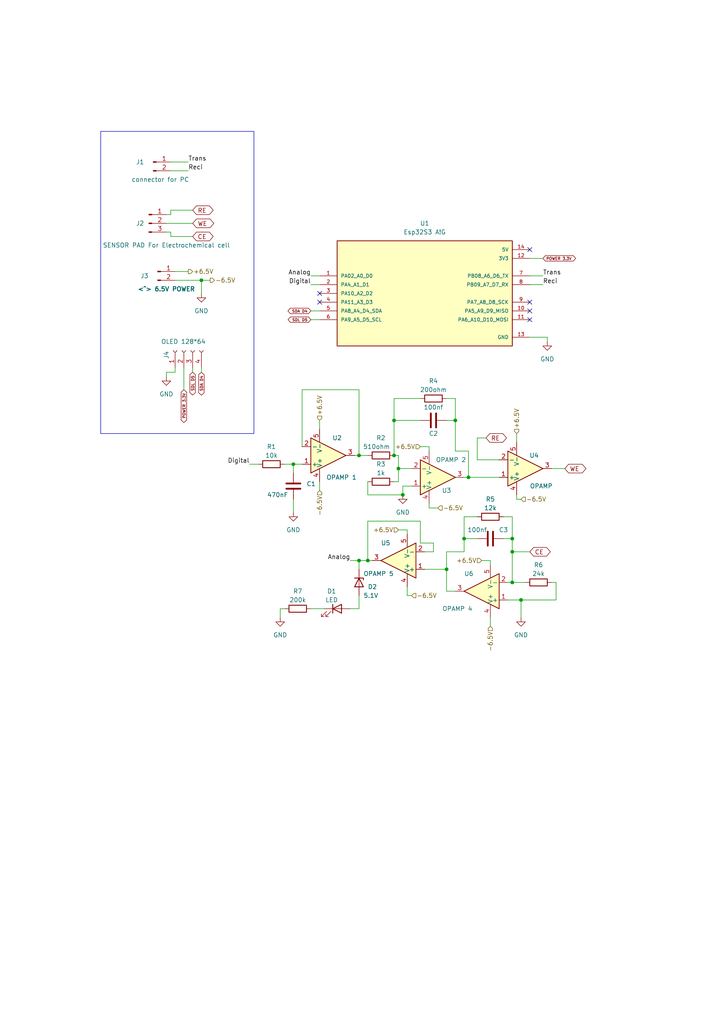
<source format=kicad_sch>
(kicad_sch (version 20231120) (generator "eeschema") (generator_version "8.0")
  (paper "A4" portrait)
  (title_block (title "Project ") (rev "Ajay Gautam") (company "A!G Tech") (comment 1 "Design By A!G"))
  (lib_symbols
    (symbol "102010388:102010388" (pin_names (offset 1.016))
      (property "Reference" "U" (at -25.4 16.002 0))
      (property "Value" "Xiao esp32s3" (at -25.4 -17.78 0))
      (symbol "102010388_0_0"
        (rectangle (start -25.4 -15.24) (end 25.4 15.24) (stroke (width 0.254)) (fill (type background)))
        (pin bidirectional line (at -30.48 5.08 0) (length 5.08) (name "PA02_A0_D0") (number "1"))
        (pin bidirectional line (at 30.48 -5.08 180) (length 5.08) (name "PA5_A9_D9_MISO") (number "10"))
        (pin bidirectional line (at 30.48 -7.62 180) (length 5.08) (name "PA6_A10_D10_MOSI") (number "11"))
        (pin power_in line (at 30.48 10.16 180) (length 5.08) (name "3V3") (number "12"))
        (pin power_in line (at 30.48 -12.7 180) (length 5.08) (name "GND") (number "13"))
        (pin power_in line (at 30.48 12.7 180) (length 5.08) (name "5V") (number "14"))
        (pin bidirectional line (at -30.48 2.54 0) (length 5.08) (name "PA4_A1_D1") (number "2"))
        (pin bidirectional line (at -30.48 0 0) (length 5.08) (name "PA10_A2_D2") (number "3"))
        (pin bidirectional line (at -30.48 -2.54 0) (length 5.08) (name "PA11_A3_D3") (number "4"))
        (pin bidirectional line (at -30.48 -5.08 0) (length 5.08) (name "PA8_A4_D4_SDA") (number "5"))
        (pin bidirectional line (at -30.48 -7.62 0) (length 5.08) (name "PA9_A5_D5_SCL") (number "6"))
        (pin bidirectional line (at 30.48 5.08 180) (length 5.08) (name "PB08_A6_D6_TX") (number "7"))
        (pin bidirectional line (at 30.48 2.54 180) (length 5.08) (name "PB09_A7_D7_RX") (number "8"))
        (pin bidirectional line (at 30.48 -2.54 180) (length 5.08) (name "PA7_A8_D8_SCK") (number "9"))
      )
    )
    (symbol "Connector:Conn_01x02_Pin" (pin_names (offset 1.016) hide)
      (property "Reference" "J" (at 0 2.54 0))
      (property "Value" "Conn_01x02_Pin" (at 0 -5.08 0))
      (symbol "Conn_01x02_Pin_1_1"
        (polyline (pts (xy 1.27 -2.54) (xy 0.8636 -2.54)) (stroke (width 0.1524)))
        (polyline (pts (xy 1.27 0) (xy 0.8636 0)) (stroke (width 0.1524)))
        (rectangle (start 0.8636 -2.413) (end 0 -2.667) (stroke (width 0.1524)) (fill (type outline)))
        (rectangle (start 0.8636 0.127) (end 0 -0.127) (stroke (width 0.1524)) (fill (type outline)))
        (pin passive line (at 5.08 0 180) (length 3.81) (name "Pin_1") (number "1"))
        (pin passive line (at 5.08 -2.54 180) (length 3.81) (name "Pin_2") (number "2"))
      )
    )
    (symbol "Connector:Conn_01x03_Pin" (pin_names (offset 1.016) hide)
      (property "Reference" "J" (at 0 5.08 0))
      (property "Value" "Conn_01x03_Pin" (at 0 -5.08 0))
      (symbol "Conn_01x03_Pin_1_1"
        (polyline (pts (xy 1.27 -2.54) (xy 0.8636 -2.54)) (stroke (width 0.1524)))
        (polyline (pts (xy 1.27 0) (xy 0.8636 0)) (stroke (width 0.1524)))
        (polyline (pts (xy 1.27 2.54) (xy 0.8636 2.54)) (stroke (width 0.1524)))
        (rectangle (start 0.8636 -2.413) (end 0 -2.667) (stroke (width 0.1524)) (fill (type outline)))
        (rectangle (start 0.8636 0.127) (end 0 -0.127) (stroke (width 0.1524)) (fill (type outline)))
        (rectangle (start 0.8636 2.667) (end 0 2.413) (stroke (width 0.1524)) (fill (type outline)))
        (pin passive line (at 5.08 2.54 180) (length 3.81) (name "Pin_1") (number "1"))
        (pin passive line (at 5.08 0 180) (length 3.81) (name "Pin_2") (number "2"))
        (pin passive line (at 5.08 -2.54 180) (length 3.81) (name "Pin_3") (number "3"))
      )
    )
    (symbol "Connector:Conn_01x04_Socket" (pin_names (offset 1.016) hide)
      (property "Reference" "J" (at 0 5.08 0))
      (property "Value" "Conn_01x04_Socket" (at 0 -7.62 0))
      (symbol "Conn_01x04_Socket_1_1"
        (arc (start 0 -4.572) (mid -0.5058 -5.08) (end 0 -5.588) (stroke (width 0.1524)))
        (arc (start 0 -2.032) (mid -0.5058 -2.54) (end 0 -3.048) (stroke (width 0.1524)))
        (polyline (pts (xy -1.27 -5.08) (xy -0.508 -5.08)) (stroke (width 0.1524)))
        (polyline (pts (xy -1.27 -2.54) (xy -0.508 -2.54)) (stroke (width 0.1524)))
        (polyline (pts (xy -1.27 0) (xy -0.508 0)) (stroke (width 0.1524)))
        (polyline (pts (xy -1.27 2.54) (xy -0.508 2.54)) (stroke (width 0.1524)))
        (arc (start 0 0.508) (mid -0.5058 0) (end 0 -0.508) (stroke (width 0.1524)))
        (arc (start 0 3.048) (mid -0.5058 2.54) (end 0 2.032) (stroke (width 0.1524)))
        (pin passive line (at -5.08 2.54 0) (length 3.81) (name "Pin_1") (number "1"))
        (pin passive line (at -5.08 0 0) (length 3.81) (name "Pin_2") (number "2"))
        (pin passive line (at -5.08 -2.54 0) (length 3.81) (name "Pin_3") (number "3"))
        (pin passive line (at -5.08 -5.08 0) (length 3.81) (name "Pin_4") (number "4"))
      )
    )
    (symbol "Device:C" (pin_numbers hide) (pin_names (offset 0.254))
      (property "Reference" "C" (at 0.635 2.54 0))
      (property "Value" "C" (at 0.635 -2.54 0))
      (symbol "C_0_1"
        (polyline (pts (xy -2.032 -0.762) (xy 2.032 -0.762)) (stroke (width 0.508)))
        (polyline (pts (xy -2.032 0.762) (xy 2.032 0.762)) (stroke (width 0.508)))
      )
      (symbol "C_1_1"
        (pin passive line (at 0 3.81 270) (length 2.794) (name "~") (number "1"))
        (pin passive line (at 0 -3.81 90) (length 2.794) (name "~") (number "2"))
      )
    )
    (symbol "Device:D_Zener" (pin_numbers hide) (pin_names (offset 1.016) hide)
      (property "Reference" "D" (at 0 2.54 0))
      (property "Value" "D_Zener" (at 0 -2.54 0))
      (symbol "D_Zener_0_1"
        (polyline (pts (xy 1.27 0) (xy -1.27 0)))
        (polyline (pts (xy -1.27 -1.27) (xy -1.27 1.27) (xy -0.762 1.27)) (stroke (width 0.254)))
        (polyline (pts (xy 1.27 -1.27) (xy 1.27 1.27) (xy -1.27 0) (xy 1.27 -1.27)) (stroke (width 0.254)))
      )
      (symbol "D_Zener_1_1"
        (pin passive line (at -3.81 0 0) (length 2.54) (name "K") (number "1"))
        (pin passive line (at 3.81 0 180) (length 2.54) (name "A") (number "2"))
      )
    )
    (symbol "Device:LED" (pin_numbers hide) (pin_names (offset 1.016) hide)
      (property "Reference" "D" (at 0 2.54 0))
      (property "Value" "LED" (at 0 -2.54 0))
      (symbol "LED_0_1"
        (polyline (pts (xy -1.27 -1.27) (xy -1.27 1.27)) (stroke (width 0.254)))
        (polyline (pts (xy -1.27 0) (xy 1.27 0)))
        (polyline (pts (xy 1.27 -1.27) (xy 1.27 1.27) (xy -1.27 0) (xy 1.27 -1.27)) (stroke (width 0.254)))
        (polyline (pts (xy -3.048 -0.762) (xy -4.572 -2.286) (xy -3.81 -2.286) (xy -4.572 -2.286) (xy -4.572 -1.524)))
        (polyline (pts (xy -1.778 -0.762) (xy -3.302 -2.286) (xy -2.54 -2.286) (xy -3.302 -2.286) (xy -3.302 -1.524)))
      )
      (symbol "LED_1_1"
        (pin passive line (at -3.81 0 0) (length 2.54) (name "K") (number "1"))
        (pin passive line (at 3.81 0 180) (length 2.54) (name "A") (number "2"))
      )
    )
    (symbol "Device:R" (pin_numbers hide) (pin_names (offset 0))
      (property "Reference" "R" (at 2.032 0 90))
      (property "Value" "R" (at 0 0 90))
      (symbol "R_0_1"
        (rectangle (start -1.016 -2.54) (end 1.016 2.54) (stroke (width 0.254)))
      )
      (symbol "R_1_1"
        (pin passive line (at 0 3.81 270) (length 1.27) (name "~") (number "1"))
        (pin passive line (at 0 -3.81 90) (length 1.27) (name "~") (number "2"))
      )
    )
    (symbol "Simulation_SPICE:OPAMP" (pin_names (offset 0.254))
      (property "Reference" "U" (at 3.81 3.175 0))
      (property "Value" "${SIM.PARAMS}" (at 3.81 -3.175 0))
      (symbol "OPAMP_0_1"
        (polyline (pts (xy 5.08 0) (xy -5.08 5.08) (xy -5.08 -5.08) (xy 5.08 0)) (stroke (width 0.254)) (fill (type background)))
      )
      (symbol "OPAMP_1_1"
        (pin input line (at -7.62 2.54 0) (length 2.54) (name "+") (number "1"))
        (pin input line (at -7.62 -2.54 0) (length 2.54) (name "-") (number "2"))
        (pin output line (at 7.62 0 180) (length 2.54) (name "~") (number "3"))
        (pin power_in line (at -2.54 7.62 270) (length 3.81) (name "V+") (number "4"))
        (pin power_in line (at -2.54 -7.62 90) (length 3.81) (name "V-") (number "5"))
      )
    )
    (symbol "power:GND" (power) (pin_names (offset 0))
      (property "Value" "GND" (at 0 -3.81 0))
      (symbol "GND_0_1"
        (polyline (pts (xy 0 0) (xy 0 -1.27) (xy 1.27 -1.27) (xy 0 -2.54) (xy -1.27 -1.27) (xy 0 -1.27)))
      )
      (symbol "GND_1_1"
        (pin power_in line (at 0 0 270) (length 0) hide (name "GND") (number "1"))
      )
    )
  )
  (junction (at 104.14 132.08))
  (junction (at 135.89 138.43))
  (junction (at 114.3 132.08))
  (junction (at 114.3 121.92))
  (junction (at 148.59 156.21))
  (junction (at 85.09 134.62))
  (junction (at 116.84 143.51))
  (junction (at 104.14 162.56))
  (junction (at 115.57 135.89))
  (junction (at 134.62 156.21))
  (junction (at 106.68 162.56))
  (junction (at 148.59 160.02))
  (junction (at 151.13 173.99))
  (junction (at 129.54 165.1))
  (junction (at 132.08 121.92))
  (junction (at 58.42 81.28))
  (junction (at 148.59 168.91))
  (no_connect (at 153.67 90.17))
  (no_connect (at 153.67 92.71))
  (no_connect (at 92.71 87.63))
  (no_connect (at 92.71 85.09))
  (no_connect (at 153.67 72.39))
  (no_connect (at 153.67 87.63))
  (wire (pts (xy 92.71 121.92) (xy 92.71 124.46)))
  (wire (pts (xy 129.54 171.45) (xy 132.08 171.45)))
  (wire (pts (xy 123.19 160.02) (xy 125.73 160.02)))
  (wire (pts (xy 124.46 146.05) (xy 124.46 147.32)))
  (wire (pts (xy 106.68 162.56) (xy 107.95 162.56)))
  (wire (pts (xy 149.86 125.73) (xy 149.86 128.27)))
  (wire (pts (xy 50.8 78.74) (xy 54.61 78.74)))
  (wire (pts (xy 138.43 127) (xy 140.97 127)))
  (wire (pts (xy 85.09 134.62) (xy 87.63 134.62)))
  (wire (pts (xy 124.46 129.54) (xy 124.46 130.81)))
  (wire (pts (xy 55.88 106.68) (xy 55.88 107.95)))
  (wire (pts (xy 50.8 81.28) (xy 58.42 81.28)))
  (wire (pts (xy 106.68 151.13) (xy 106.68 162.56)))
  (wire (pts (xy 82.55 176.53) (xy 81.28 176.53)))
  (wire (pts (xy 50.8 107.95) (xy 48.26 107.95)))
  (wire (pts (xy 114.3 121.92) (xy 114.3 132.08)))
  (wire (pts (xy 48.26 64.77) (xy 55.88 64.77)))
  (wire (pts (xy 72.39 134.62) (xy 74.93 134.62)))
  (wire (pts (xy 85.09 144.78) (xy 85.09 148.59)))
  (wire (pts (xy 161.29 173.99) (xy 151.13 173.99)))
  (wire (pts (xy 134.62 149.86) (xy 134.62 156.21)))
  (wire (pts (xy 118.11 153.67) (xy 115.57 153.67)))
  (wire (pts (xy 129.54 160.02) (xy 129.54 165.1)))
  (wire (pts (xy 90.17 82.55) (xy 92.71 82.55)))
  (wire (pts (xy 49.53 62.23) (xy 48.26 62.23)))
  (wire (pts (xy 129.54 165.1) (xy 129.54 171.45)))
  (wire (pts (xy 55.88 68.58) (xy 49.53 68.58)))
  (wire (pts (xy 147.32 168.91) (xy 148.59 168.91)))
  (wire (pts (xy 50.8 106.68) (xy 50.8 107.95)))
  (wire (pts (xy 153.67 160.02) (xy 148.59 160.02)))
  (wire (pts (xy 48.26 107.95) (xy 48.26 109.22)))
  (wire (pts (xy 116.84 140.97) (xy 119.38 140.97)))
  (wire (pts (xy 134.62 160.02) (xy 129.54 160.02)))
  (wire (pts (xy 160.02 168.91) (xy 161.29 168.91)))
  (wire (pts (xy 132.08 115.57) (xy 132.08 121.92)))
  (wire (pts (xy 142.24 179.07) (xy 142.24 181.61)))
  (wire (pts (xy 90.17 80.01) (xy 92.71 80.01)))
  (wire (pts (xy 49.53 68.58) (xy 49.53 67.31)))
  (wire (pts (xy 118.11 154.94) (xy 118.11 153.67)))
  (wire (pts (xy 121.92 115.57) (xy 114.3 115.57)))
  (wire (pts (xy 115.57 135.89) (xy 115.57 139.7)))
  (wire (pts (xy 123.19 165.1) (xy 129.54 165.1)))
  (wire (pts (xy 148.59 149.86) (xy 148.59 156.21)))
  (wire (pts (xy 138.43 149.86) (xy 134.62 149.86)))
  (wire (pts (xy 81.28 176.53) (xy 81.28 179.07)))
  (wire (pts (xy 114.3 139.7) (xy 115.57 139.7)))
  (wire (pts (xy 90.17 176.53) (xy 93.98 176.53)))
  (wire (pts (xy 115.57 132.08) (xy 115.57 135.89)))
  (wire (pts (xy 49.53 67.31) (xy 48.26 67.31)))
  (wire (pts (xy 125.73 157.48) (xy 121.92 157.48)))
  (wire (pts (xy 146.05 156.21) (xy 148.59 156.21)))
  (wire (pts (xy 104.14 162.56) (xy 106.68 162.56)))
  (wire (pts (xy 147.32 173.99) (xy 151.13 173.99)))
  (wire (pts (xy 104.14 113.03) (xy 104.14 132.08)))
  (wire (pts (xy 118.11 172.72) (xy 119.38 172.72)))
  (wire (pts (xy 158.75 97.79) (xy 153.67 97.79)))
  (wire (pts (xy 90.17 90.17) (xy 92.71 90.17)))
  (wire (pts (xy 106.68 139.7) (xy 106.68 143.51)))
  (wire (pts (xy 161.29 168.91) (xy 161.29 173.99)))
  (wire (pts (xy 121.92 157.48) (xy 121.92 151.13)))
  (wire (pts (xy 134.62 156.21) (xy 134.62 160.02)))
  (wire (pts (xy 104.14 132.08) (xy 106.68 132.08)))
  (wire (pts (xy 148.59 156.21) (xy 148.59 160.02)))
  (wire (pts (xy 146.05 149.86) (xy 148.59 149.86)))
  (wire (pts (xy 118.11 170.18) (xy 118.11 172.72)))
  (wire (pts (xy 144.78 133.35) (xy 138.43 133.35)))
  (wire (pts (xy 92.71 139.7) (xy 92.71 142.24)))
  (wire (pts (xy 106.68 143.51) (xy 116.84 143.51)))
  (wire (pts (xy 148.59 160.02) (xy 148.59 168.91)))
  (wire (pts (xy 151.13 173.99) (xy 151.13 179.07)))
  (wire (pts (xy 142.24 163.83) (xy 142.24 162.56)))
  (wire (pts (xy 135.89 138.43) (xy 135.89 130.81)))
  (wire (pts (xy 58.42 81.28) (xy 60.96 81.28)))
  (wire (pts (xy 153.67 82.55) (xy 157.48 82.55)))
  (wire (pts (xy 49.53 46.99) (xy 54.61 46.99)))
  (wire (pts (xy 153.67 80.01) (xy 157.48 80.01)))
  (wire (pts (xy 58.42 106.68) (xy 58.42 107.95)))
  (wire (pts (xy 158.75 99.06) (xy 158.75 97.79)))
  (wire (pts (xy 134.62 138.43) (xy 135.89 138.43)))
  (wire (pts (xy 121.92 129.54) (xy 124.46 129.54)))
  (wire (pts (xy 53.34 106.68) (xy 53.34 113.03)))
  (wire (pts (xy 149.86 143.51) (xy 149.86 144.78)))
  (wire (pts (xy 132.08 121.92) (xy 129.54 121.92)))
  (wire (pts (xy 132.08 130.81) (xy 132.08 121.92)))
  (wire (pts (xy 55.88 60.96) (xy 49.53 60.96)))
  (wire (pts (xy 135.89 130.81) (xy 132.08 130.81)))
  (wire (pts (xy 142.24 162.56) (xy 139.7 162.56)))
  (wire (pts (xy 148.59 168.91) (xy 152.4 168.91)))
  (wire (pts (xy 87.63 113.03) (xy 104.14 113.03)))
  (wire (pts (xy 134.62 156.21) (xy 138.43 156.21)))
  (wire (pts (xy 49.53 60.96) (xy 49.53 62.23)))
  (wire (pts (xy 138.43 133.35) (xy 138.43 127)))
  (wire (pts (xy 124.46 147.32) (xy 127 147.32)))
  (wire (pts (xy 114.3 115.57) (xy 114.3 121.92)))
  (wire (pts (xy 85.09 134.62) (xy 85.09 137.16)))
  (wire (pts (xy 101.6 162.56) (xy 104.14 162.56)))
  (wire (pts (xy 104.14 132.08) (xy 102.87 132.08)))
  (wire (pts (xy 87.63 129.54) (xy 87.63 113.03)))
  (wire (pts (xy 82.55 134.62) (xy 85.09 134.62)))
  (wire (pts (xy 90.17 92.71) (xy 92.71 92.71)))
  (wire (pts (xy 129.54 115.57) (xy 132.08 115.57)))
  (wire (pts (xy 135.89 138.43) (xy 144.78 138.43)))
  (wire (pts (xy 153.67 74.93) (xy 157.48 74.93)))
  (wire (pts (xy 115.57 135.89) (xy 119.38 135.89)))
  (wire (pts (xy 104.14 176.53) (xy 101.6 176.53)))
  (wire (pts (xy 121.92 121.92) (xy 114.3 121.92)))
  (wire (pts (xy 104.14 172.72) (xy 104.14 176.53)))
  (wire (pts (xy 125.73 160.02) (xy 125.73 157.48)))
  (wire (pts (xy 104.14 165.1) (xy 104.14 162.56)))
  (wire (pts (xy 121.92 151.13) (xy 106.68 151.13)))
  (wire (pts (xy 115.57 132.08) (xy 114.3 132.08)))
  (wire (pts (xy 49.53 49.53) (xy 54.61 49.53)))
  (wire (pts (xy 58.42 81.28) (xy 58.42 85.09)))
  (wire (pts (xy 116.84 143.51) (xy 116.84 140.97)))
  (wire (pts (xy 160.02 135.89) (xy 163.83 135.89)))
  (wire (pts (xy 149.86 144.78) (xy 151.13 144.78)))
  (rectangle (start 29.21 38.1) (end 73.66 125.73))
  (label "Trans" (at 54.61 46.99 0))
  (label "Analog" (at 101.6 162.56 180))
  (label "Reci" (at 54.61 49.53 0))
  (label "Trans" (at 157.48 80.01 0))
  (label "Digital" (at 72.39 134.62 180))
  (label "Reci" (at 157.48 82.55 0))
  (label "Digital" (at 90.17 82.55 180))
  (label "Analog" (at 90.17 80.01 180))
  (global_label "SDA D4" (shape bidirectional) (at 58.42 107.95 270) (effects (font (size 0.8 0.8))) (property "Intersheetrefs" "${INTERSHEET_REFS}" (effects (hide yes))))
  (global_label "SDA D4" (shape bidirectional) (at 90.17 90.17 180) (effects (font (size 0.8 0.8))) (property "Intersheetrefs" "${INTERSHEET_REFS}" (effects (hide yes))))
  (global_label "WE" (shape bidirectional) (at 55.88 64.77 0) (property "Intersheetrefs" "${INTERSHEET_REFS}" (effects (hide yes))))
  (global_label "SDL D5" (shape bidirectional) (at 55.88 107.95 270) (effects (font (size 0.8 0.8))) (property "Intersheetrefs" "${INTERSHEET_REFS}" (effects (hide yes))))
  (global_label "SDL D5" (shape bidirectional) (at 90.17 92.71 180) (effects (font (size 0.8 0.8))) (property "Intersheetrefs" "${INTERSHEET_REFS}" (effects (hide yes))))
  (global_label "RE" (shape bidirectional) (at 55.88 60.96 0) (property "Intersheetrefs" "${INTERSHEET_REFS}" (effects (hide yes))))
  (global_label "CE" (shape bidirectional) (at 55.88 68.58 0) (property "Intersheetrefs" "${INTERSHEET_REFS}" (effects (hide yes))))
  (global_label "CE" (shape bidirectional) (at 153.67 160.02 0) (property "Intersheetrefs" "${INTERSHEET_REFS}" (effects (hide yes))))
  (global_label "RE" (shape bidirectional) (at 140.97 127 0) (property "Intersheetrefs" "${INTERSHEET_REFS}" (effects (hide yes))))
  (global_label "WE" (shape bidirectional) (at 163.83 135.89 0) (property "Intersheetrefs" "${INTERSHEET_REFS}" (effects (hide yes))))
  (global_label "POWER 3.3V" (shape bidirectional) (at 53.34 113.03 270) (effects (font (size 0.8 0.8))) (property "Intersheetrefs" "${INTERSHEET_REFS}" (effects (hide yes))))
  (global_label "POWER 3.3V" (shape bidirectional) (at 157.48 74.93 0) (effects (font (size 0.8 0.8))) (property "Intersheetrefs" "${INTERSHEET_REFS}" (effects (hide yes))))
  (hierarchical_label "+6.5V" (shape input) (at 149.86 125.73 90))
  (hierarchical_label "-6.5V" (shape input) (at 151.13 144.78 0))
  (hierarchical_label "-6.5V" (shape input) (at 142.24 181.61 270))
  (hierarchical_label "-6.5V" (shape output) (at 60.96 81.28 0))
  (hierarchical_label "+6.5V" (shape input) (at 115.57 153.67 180))
  (hierarchical_label "-6.5V" (shape input) (at 92.71 142.24 270))
  (hierarchical_label "+6.5V" (shape output) (at 54.61 78.74 0))
  (hierarchical_label "-6.5V" (shape input) (at 127 147.32 0))
  (hierarchical_label "-6.5V" (shape input) (at 119.38 172.72 0))
  (hierarchical_label "+6.5V" (shape input) (at 92.71 121.92 90))
  (hierarchical_label "+6.5V" (shape input) (at 121.92 129.54 180))
  (hierarchical_label "+6.5V" (shape input) (at 139.7 162.56 180))
  (symbol (lib_id "Connector:Conn_01x03_Pin") (at 43.18 64.77 0) (unit 1)
    (property "Reference" "J2" (at 40.64 64.77 0))
    (property "Value" "SENSOR PAD For Electrochemical cell" (at 48.26 71.12 0))
    (property "Footprint" "Connector_PinSocket_2.54mm:PinSocket_1x03_P2.54mm_Vertical" (effects (hide yes)))
  )
  (symbol (lib_id "Connector:Conn_01x02_Pin") (at 44.45 46.99 0) (unit 1)
    (property "Reference" "J1" (at 40.64 46.99 0))
    (property "Value" "connector for PC " (at 46.99 52.07 0))
    (property "Footprint" "Connector_PinSocket_2.54mm:PinSocket_1x02_P2.54mm_Vertical" (effects (hide yes)))
  )
  (symbol (lib_id "power:GND") (at 58.42 85.09 0) (unit 1)
    (property "Reference" "#PWR06" (effects (hide yes)))
    (property "Value" "GND" (at 58.42 90.17 0))
  )
  (symbol (lib_id "Device:R") (at 142.24 149.86 90) (unit 1)
    (property "Reference" "R5" (at 142.24 144.78 90))
    (property "Value" "12k" (at 142.24 147.32 90))
    (property "Footprint" "Resistor_SMD:R_1206_3216Metric" (effects (hide yes)))
  )
  (symbol (lib_id "Device:C") (at 125.73 121.92 270) (unit 1)
    (property "Reference" "C2" (at 125.73 125.73 90))
    (property "Value" "100nf" (at 125.73 118.11 90))
    (property "Footprint" "Capacitor_SMD:C_1206_3216Metric" (effects (hide yes)))
  )
  (symbol (lib_id "Device:R") (at 110.49 139.7 90) (unit 1)
    (property "Reference" "R3" (at 110.49 134.62 90))
    (property "Value" "1k" (at 110.49 137.16 90))
    (property "Footprint" "Resistor_SMD:R_1206_3216Metric" (effects (hide yes)))
  )
  (symbol (lib_id "power:GND") (at 151.13 179.07 0) (unit 1)
    (property "Reference" "#PWR02" (effects (hide yes)))
    (property "Value" "GND" (at 151.13 184.15 0))
  )
  (symbol (lib_id "Simulation_SPICE:OPAMP") (at 115.57 162.56 180) (unit 1)
    (property "Reference" "U5" (at 110.49 157.48 0) (effects (justify right)))
    (property "Value" "OPAMP 5" (at 105.41 166.37 0) (effects (justify right)))
    (property "Footprint" "Package_TO_SOT_SMD:SOT-23-5_HandSoldering" (effects (hide yes)))
    (property "Sim.Pins" "1=1 2=2 3=3 4=4 5=5" (effects (hide yes)))
    (property "Sim.Device" "SPICE" (effects (hide yes)))
    (property "Sim.Params" "type=\"X\" model=\"OPAMP\" lib=\"\"" (effects (hide yes)))
  )
  (symbol (lib_id "Simulation_SPICE:OPAMP") (at 152.4 135.89 0) (mirror x) (unit 1)
    (property "Reference" "U4" (at 154.94 132.08 0))
    (property "Value" "OPAMP " (at 157.48 140.97 0))
    (property "Footprint" "Package_TO_SOT_SMD:SOT-23-5_HandSoldering" (effects (hide yes)))
    (property "Sim.Pins" "1=1 2=2 3=3 4=4 5=5" (effects (hide yes)))
    (property "Sim.Device" "SPICE" (effects (hide yes)))
    (property "Sim.Params" "type=\"X\" model=\"OPAMP\" lib=\"\"" (effects (hide yes)))
  )
  (symbol (lib_id "power:GND") (at 158.75 99.06 0) (unit 1)
    (property "Reference" "#PWR05" (effects (hide yes)))
    (property "Value" "GND" (at 158.75 104.14 0))
  )
  (symbol (lib_id "Device:R") (at 156.21 168.91 90) (unit 1)
    (property "Reference" "R6" (at 156.21 163.83 90))
    (property "Value" "24k" (at 156.21 166.37 90))
    (property "Footprint" "Resistor_SMD:R_1206_3216Metric" (effects (hide yes)))
  )
  (symbol (lib_id "Device:R") (at 78.74 134.62 90) (unit 1)
    (property "Reference" "R1" (at 78.74 129.54 90))
    (property "Value" "10k" (at 78.74 132.08 90))
    (property "Footprint" "Resistor_SMD:R_1206_3216Metric" (effects (hide yes)))
  )
  (symbol (lib_id "Device:C") (at 85.09 140.97 180) (unit 1)
    (property "Reference" "C1" (at 88.9 140.335 0) (effects (justify right)))
    (property "Value" "470nF" (at 77.47 143.51 0) (effects (justify right)))
    (property "Footprint" "Capacitor_SMD:C_1206_3216Metric" (effects (hide yes)))
  )
  (symbol (lib_id "Device:R") (at 110.49 132.08 90) (unit 1)
    (property "Reference" "R2" (at 110.49 127 90))
    (property "Value" "510ohm" (at 109.22 129.54 90))
    (property "Footprint" "Resistor_SMD:R_1206_3216Metric" (effects (hide yes)))
  )
  (symbol (lib_id "Device:R") (at 125.73 115.57 90) (unit 1)
    (property "Reference" "R4" (at 125.73 110.49 90))
    (property "Value" "200ohm" (at 125.73 113.03 90))
    (property "Footprint" "Resistor_SMD:R_1206_3216Metric" (effects (hide yes)))
  )
  (symbol (lib_id "power:GND") (at 81.28 179.07 0) (unit 1)
    (property "Reference" "#PWR01" (effects (hide yes)))
    (property "Value" "GND" (at 81.28 184.15 0))
  )
  (symbol (lib_id "Device:D_Zener") (at 104.14 168.91 270) (unit 1)
    (property "Reference" "D2" (at 106.68 170.18 90) (effects (justify left)))
    (property "Value" "5.1V" (at 105.41 172.72 90) (effects (justify left)))
    (property "Footprint" "Diode_SMD:D_1210_3225Metric" (effects (hide yes)))
  )
  (symbol (lib_id "Device:LED") (at 97.79 176.53 0) (unit 1)
    (property "Reference" "D1" (at 96.2025 171.45 0))
    (property "Value" "LED" (at 96.2025 173.99 0))
    (property "Footprint" "LED_SMD:LED_1206_3216Metric" (effects (hide yes)))
  )
  (symbol (lib_id "Connector:Conn_01x04_Socket") (at 53.34 101.6 90) (unit 1)
    (property "Reference" "J4" (at 48.26 104.14 0) (effects (justify left)))
    (property "Value" "OLED 128*64" (at 59.69 99.06 90) (effects (justify left)))
    (property "Footprint" "Connector_PinSocket_2.54mm:PinSocket_1x04_P2.54mm_Vertical" (effects (hide yes)))
  )
  (symbol (lib_id "power:GND") (at 116.84 143.51 0) (unit 1)
    (property "Reference" "#PWR03" (effects (hide yes)))
    (property "Value" "GND" (at 116.84 148.59 0))
  )
  (symbol (lib_id "102010388:102010388") (at 123.19 85.09 0) (unit 1)
    (property "Reference" "U1" (at 123.19 64.77 0))
    (property "Value" "Esp32S3 A!G" (at 123.19 67.31 0))
    (property "Footprint" "xiao esp32:MODULE_102010388" (effects (hide yes)))
    (property "Description" "\nXIAO BOARD, ARM, ARDUINO BOARD; Silicon Manufacturer:Microchip; Core Architecture:ARM; Core Sub-Architecture:Cortex-M0+; Silicon Core Number:SAMD21G18; Silicon Family Name:SAMD21; For Use With:Arduino Board; Product Range:-\n" (effects (hide yes)))
    (property "MF" "seeed technology limited" (effects (hide yes)))
    (property "MAXIMUM_PACKAGE_HEIGHT" "N/A" (effects (hide yes)))
    (property "Package" "None" (effects (hide yes)))
    (property "Price" "None" (effects (hide yes)))
    (property "Check_prices" "https://www.snapeda.com/parts/102010388/Techno/view-part/?ref=eda" (effects (hide yes)))
    (property "STANDARD" "Manufacturer Recommendations" (effects (hide yes)))
    (property "PARTREV" "N/A" (effects (hide yes)))
    (property "SnapEDA_Link" "https://www.snapeda.com/parts/102010388/Techno/view-part/?ref=snap" (effects (hide yes)))
    (property "MP" "102010388" (effects (hide yes)))
    (property "Purchase-URL" "https://pricing.snapeda.com/search?q=102010388&ref=eda" (effects (hide yes)))
    (property "MANUFACTURER" "Seeed Technology" (effects (hide yes)))
    (property "Availability" "In Stock" (effects (hide yes)))
    (property "SNAPEDA_PN" "102010388" (effects (hide yes)))
  )
  (symbol (lib_id "Simulation_SPICE:OPAMP") (at 95.25 132.08 0) (mirror x) (unit 1)
    (property "Reference" "U2" (at 97.79 127 0))
    (property "Value" "OPAMP 1" (at 99.06 138.43 0))
    (property "Footprint" "Package_TO_SOT_SMD:SOT-23-5_HandSoldering" (effects (hide yes)))
    (property "Sim.Pins" "1=1 2=2 3=3 4=4 5=5" (effects (hide yes)))
    (property "Sim.Device" "SPICE" (effects (hide yes)))
    (property "Sim.Params" "type=\"X\" model=\"OPAMP\" lib=\"\"" (effects (hide yes)))
  )
  (symbol (lib_id "Device:C") (at 142.24 156.21 270) (unit 1)
    (property "Reference" "C3" (at 146.05 153.67 90))
    (property "Value" "100nf" (at 138.43 153.67 90))
    (property "Footprint" "Capacitor_SMD:C_1206_3216Metric" (effects (hide yes)))
  )
  (symbol (lib_id "power:GND") (at 85.09 148.59 0) (unit 1)
    (property "Reference" "#PWR04" (effects (hide yes)))
    (property "Value" "GND" (at 85.09 153.67 0))
  )
  (symbol (lib_id "Device:R") (at 86.36 176.53 270) (unit 1)
    (property "Reference" "R7" (at 86.36 171.45 90))
    (property "Value" "200k" (at 86.36 173.99 90))
    (property "Footprint" "Resistor_SMD:R_1206_3216Metric" (effects (hide yes)))
  )
  (symbol (lib_id "Simulation_SPICE:OPAMP") (at 127 138.43 0) (mirror x) (unit 1)
    (property "Reference" "U3" (at 129.54 142.24 0))
    (property "Value" "OPAMP 2" (at 130.81 133.35 0))
    (property "Footprint" "Package_TO_SOT_SMD:SOT-23-5_HandSoldering" (effects (hide yes)))
    (property "Sim.Pins" "1=1 2=2 3=3 4=4 5=5" (effects (hide yes)))
    (property "Sim.Device" "SPICE" (effects (hide yes)))
    (property "Sim.Params" "type=\"X\" model=\"OPAMP\" lib=\"\"" (effects (hide yes)))
  )
  (symbol (lib_id "Connector:Conn_01x02_Pin") (at 45.72 78.74 0) (unit 1)
    (property "Reference" "J3" (at 41.91 80.01 0))
    (property "Value" "<^> 6.5V POWER" (at 48.26 83.82 0) (effects (font (bold yes))))
    (property "Footprint" "Connector_PinSocket_2.54mm:PinSocket_1x02_P2.54mm_Vertical" (effects (hide yes)))
  )
  (symbol (lib_id "power:GND") (at 48.26 109.22 0) (unit 1)
    (property "Reference" "#PWR07" (effects (hide yes)))
    (property "Value" "GND" (at 48.26 114.3 0))
  )
  (symbol (lib_id "Simulation_SPICE:OPAMP") (at 139.7 171.45 180) (unit 1)
    (property "Reference" "U6" (at 134.62 166.37 0) (effects (justify right)))
    (property "Value" "OPAMP 4" (at 128.27 176.53 0) (effects (justify right)))
    (property "Footprint" "Package_TO_SOT_SMD:SOT-23-5_HandSoldering" (effects (hide yes)))
    (property "Sim.Pins" "1=1 2=2 3=3 4=4 5=5" (effects (hide yes)))
    (property "Sim.Device" "SPICE" (effects (hide yes)))
    (property "Sim.Params" "type=\"X\" model=\"OPAMP\" lib=\"\"" (effects (hide yes)))
  )
)
</source>
